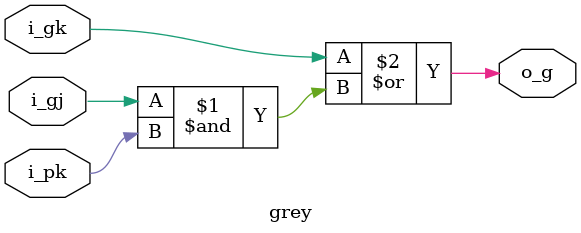
<source format=v>
`default_nettype none

module grey(
  input  wire i_gj,
  input  wire i_pk,
  input  wire i_gk,
  output wire o_g
);

  assign o_g = i_gk | (i_gj & i_pk);

endmodule

</source>
